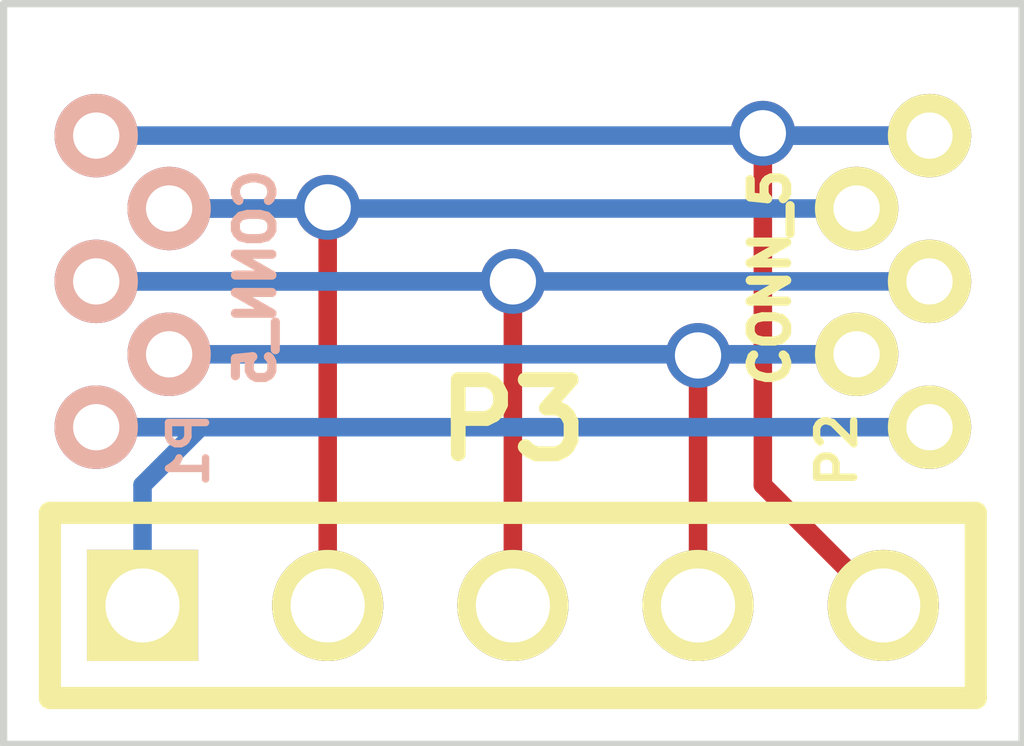
<source format=kicad_pcb>
(kicad_pcb (version 3) (host pcbnew "(2013-may-18)-stable")

  (general
    (links 10)
    (no_connects 0)
    (area 168.7195 147.0345 191.3255 163.4871)
    (thickness 1.6)
    (drawings 5)
    (tracks 24)
    (zones 0)
    (modules 3)
    (nets 6)
  )

  (page A3)
  (layers
    (15 F.Cu signal)
    (0 B.Cu signal)
    (16 B.Adhes user)
    (17 F.Adhes user)
    (18 B.Paste user)
    (19 F.Paste user)
    (20 B.SilkS user)
    (21 F.SilkS user)
    (22 B.Mask user)
    (23 F.Mask user)
    (24 Dwgs.User user)
    (25 Cmts.User user)
    (26 Eco1.User user)
    (27 Eco2.User user)
    (28 Edge.Cuts user)
  )

  (setup
    (last_trace_width 0.254)
    (trace_clearance 0.254)
    (zone_clearance 0.508)
    (zone_45_only no)
    (trace_min 0.254)
    (segment_width 0.2)
    (edge_width 0.1)
    (via_size 0.889)
    (via_drill 0.635)
    (via_min_size 0.889)
    (via_min_drill 0.508)
    (uvia_size 0.508)
    (uvia_drill 0.127)
    (uvias_allowed no)
    (uvia_min_size 0.508)
    (uvia_min_drill 0.127)
    (pcb_text_width 0.3)
    (pcb_text_size 1.5 1.5)
    (mod_edge_width 0.15)
    (mod_text_size 1 1)
    (mod_text_width 0.15)
    (pad_size 1.5 1.5)
    (pad_drill 0.6)
    (pad_to_mask_clearance 0)
    (aux_axis_origin 0 0)
    (visible_elements FFFFFBBF)
    (pcbplotparams
      (layerselection 3178497)
      (usegerberextensions true)
      (excludeedgelayer true)
      (linewidth 0.150000)
      (plotframeref false)
      (viasonmask false)
      (mode 1)
      (useauxorigin false)
      (hpglpennumber 1)
      (hpglpenspeed 20)
      (hpglpendiameter 15)
      (hpglpenoverlay 2)
      (psnegative false)
      (psa4output false)
      (plotreference true)
      (plotvalue true)
      (plotothertext true)
      (plotinvisibletext false)
      (padsonsilk false)
      (subtractmaskfromsilk false)
      (outputformat 1)
      (mirror false)
      (drillshape 1)
      (scaleselection 1)
      (outputdirectory ""))
  )

  (net 0 "")
  (net 1 N-000001)
  (net 2 N-000002)
  (net 3 N-000003)
  (net 4 N-000004)
  (net 5 N-000005)

  (net_class Default "This is the default net class."
    (clearance 0.254)
    (trace_width 0.254)
    (via_dia 0.889)
    (via_drill 0.635)
    (uvia_dia 0.508)
    (uvia_drill 0.127)
    (add_net "")
    (add_net N-000001)
    (add_net N-000002)
    (add_net N-000003)
    (add_net N-000004)
    (add_net N-000005)
  )

  (module PIN_ARRAY_5x1 (layer F.Cu) (tedit 45976D86) (tstamp 538391E9)
    (at 174.625 154.305)
    (descr "Double rangee de contacts 2 x 5 pins")
    (tags CONN)
    (path /53838BEF)
    (fp_text reference P3 (at 0 -2.54) (layer F.SilkS)
      (effects (font (size 1.016 1.016) (thickness 0.2032)))
    )
    (fp_text value CONN_5 (at 0 2.54) (layer F.SilkS) hide
      (effects (font (size 1.016 1.016) (thickness 0.2032)))
    )
    (fp_line (start -6.35 -1.27) (end -6.35 1.27) (layer F.SilkS) (width 0.3048))
    (fp_line (start 6.35 1.27) (end 6.35 -1.27) (layer F.SilkS) (width 0.3048))
    (fp_line (start -6.35 -1.27) (end 6.35 -1.27) (layer F.SilkS) (width 0.3048))
    (fp_line (start 6.35 1.27) (end -6.35 1.27) (layer F.SilkS) (width 0.3048))
    (pad 1 thru_hole rect (at -5.08 0) (size 1.524 1.524) (drill 1.016)
      (layers *.Cu *.Mask F.SilkS)
      (net 4 N-000004)
    )
    (pad 2 thru_hole circle (at -2.54 0) (size 1.524 1.524) (drill 1.016)
      (layers *.Cu *.Mask F.SilkS)
      (net 3 N-000003)
    )
    (pad 3 thru_hole circle (at 0 0) (size 1.524 1.524) (drill 1.016)
      (layers *.Cu *.Mask F.SilkS)
      (net 1 N-000001)
    )
    (pad 4 thru_hole circle (at 2.54 0) (size 1.524 1.524) (drill 1.016)
      (layers *.Cu *.Mask F.SilkS)
      (net 2 N-000002)
    )
    (pad 5 thru_hole circle (at 5.08 0) (size 1.524 1.524) (drill 1.016)
      (layers *.Cu *.Mask F.SilkS)
      (net 5 N-000005)
    )
    (model pin_array/pins_array_5x1.wrl
      (at (xyz 0 0 0))
      (scale (xyz 1 1 1))
      (rotate (xyz 0 0 0))
    )
  )

  (module Thread_5 (layer F.Cu) (tedit 52024A29) (tstamp 53838FCB)
    (at 180.34 149.86 270)
    (path /53838BDC)
    (fp_text reference P2 (at 2.3114 1.27 270) (layer F.SilkS)
      (effects (font (size 0.508 0.508) (thickness 0.1016)))
    )
    (fp_text value CONN_5 (at -0.0508 2.1844 270) (layer F.SilkS)
      (effects (font (size 0.5 0.5) (thickness 0.125)))
    )
    (pad 1 thru_hole circle (at -2 0 270) (size 1.143 1.143) (drill 0.635)
      (layers *.Cu *.Mask F.SilkS)
      (net 5 N-000005)
    )
    (pad 2 thru_hole circle (at -1 1 270) (size 1.143 1.143) (drill 0.635)
      (layers *.Cu *.Mask F.SilkS)
      (net 3 N-000003)
    )
    (pad 3 thru_hole circle (at 0 0 270) (size 1.143 1.143) (drill 0.635)
      (layers *.Cu *.Mask F.SilkS)
      (net 1 N-000001)
    )
    (pad 4 thru_hole circle (at 1 1 270) (size 1.143 1.143) (drill 0.635)
      (layers *.Cu *.Mask F.SilkS)
      (net 2 N-000002)
    )
    (pad 5 thru_hole circle (at 2 0 270) (size 1.143 1.143) (drill 0.635)
      (layers *.Cu *.Mask F.SilkS)
      (net 4 N-000004)
    )
  )

  (module Thread_5 (layer B.Cu) (tedit 52024A29) (tstamp 53838FD4)
    (at 168.91 149.86 270)
    (path /53838BE9)
    (fp_text reference P1 (at 2.3114 -1.27 270) (layer B.SilkS)
      (effects (font (size 0.508 0.508) (thickness 0.1016)) (justify mirror))
    )
    (fp_text value CONN_5 (at -0.0508 -2.1844 270) (layer B.SilkS)
      (effects (font (size 0.5 0.5) (thickness 0.125)) (justify mirror))
    )
    (pad 1 thru_hole circle (at -2 0 270) (size 1.143 1.143) (drill 0.635)
      (layers *.Cu *.Mask B.SilkS)
      (net 5 N-000005)
    )
    (pad 2 thru_hole circle (at -1 -1 270) (size 1.143 1.143) (drill 0.635)
      (layers *.Cu *.Mask B.SilkS)
      (net 3 N-000003)
    )
    (pad 3 thru_hole circle (at 0 0 270) (size 1.143 1.143) (drill 0.635)
      (layers *.Cu *.Mask B.SilkS)
      (net 1 N-000001)
    )
    (pad 4 thru_hole circle (at 1 -1 270) (size 1.143 1.143) (drill 0.635)
      (layers *.Cu *.Mask B.SilkS)
      (net 2 N-000002)
    )
    (pad 5 thru_hole circle (at 2 0 270) (size 1.143 1.143) (drill 0.635)
      (layers *.Cu *.Mask B.SilkS)
      (net 4 N-000004)
    )
  )

  (gr_line (start 167.64 156.21) (end 167.64 146.05) (angle 90) (layer Edge.Cuts) (width 0.1))
  (gr_line (start 181.61 156.21) (end 167.64 156.21) (angle 90) (layer Edge.Cuts) (width 0.1))
  (gr_line (start 181.61 152.4) (end 181.61 156.21) (angle 90) (layer Edge.Cuts) (width 0.1))
  (gr_line (start 181.61 146.05) (end 181.61 152.4) (angle 90) (layer Edge.Cuts) (width 0.1))
  (gr_line (start 167.64 146.05) (end 181.61 146.05) (angle 90) (layer Edge.Cuts) (width 0.1))

  (segment (start 174.625 154.305) (end 174.625 149.86) (width 0.254) (layer F.Cu) (net 1) (status 400000))
  (segment (start 174.625 149.86) (end 168.91 149.86) (width 0.254) (layer B.Cu) (net 1) (tstamp 538393B0) (status 800000))
  (via (at 174.625 149.86) (size 0.889) (layers F.Cu B.Cu) (net 1))
  (segment (start 168.91 149.86) (end 180.34 149.86) (width 0.254) (layer B.Cu) (net 1))
  (segment (start 177.165 154.305) (end 177.165 150.876) (width 0.254) (layer F.Cu) (net 2))
  (segment (start 177.181 150.86) (end 179.34 150.86) (width 0.254) (layer B.Cu) (net 2) (tstamp 53839374))
  (segment (start 177.165 150.876) (end 177.181 150.86) (width 0.254) (layer B.Cu) (net 2) (tstamp 53839373))
  (via (at 177.165 150.876) (size 0.889) (layers F.Cu B.Cu) (net 2))
  (segment (start 169.91 150.86) (end 179.34 150.86) (width 0.254) (layer B.Cu) (net 2))
  (segment (start 172.085 154.305) (end 172.085 148.844) (width 0.254) (layer F.Cu) (net 3) (status 400000))
  (segment (start 172.069 148.86) (end 169.91 148.86) (width 0.254) (layer B.Cu) (net 3) (tstamp 538393BC) (status 800000))
  (segment (start 172.085 148.844) (end 172.069 148.86) (width 0.254) (layer B.Cu) (net 3) (tstamp 538393BB))
  (via (at 172.085 148.844) (size 0.889) (layers F.Cu B.Cu) (net 3))
  (segment (start 179.34 148.86) (end 169.91 148.86) (width 0.254) (layer B.Cu) (net 3))
  (segment (start 169.545 154.305) (end 169.545 152.654) (width 0.254) (layer B.Cu) (net 4))
  (segment (start 170.339 151.86) (end 168.91 151.86) (width 0.254) (layer B.Cu) (net 4) (tstamp 53839331))
  (segment (start 169.545 152.654) (end 170.339 151.86) (width 0.254) (layer B.Cu) (net 4) (tstamp 5383932C))
  (segment (start 168.91 151.86) (end 180.34 151.86) (width 0.254) (layer B.Cu) (net 4))
  (segment (start 179.705 154.305) (end 178.054 152.654) (width 0.254) (layer F.Cu) (net 5))
  (segment (start 178.086 147.86) (end 180.34 147.86) (width 0.254) (layer B.Cu) (net 5) (tstamp 53839365))
  (segment (start 178.054 147.828) (end 178.086 147.86) (width 0.254) (layer B.Cu) (net 5) (tstamp 53839364))
  (via (at 178.054 147.828) (size 0.889) (layers F.Cu B.Cu) (net 5))
  (segment (start 178.054 152.654) (end 178.054 147.828) (width 0.254) (layer F.Cu) (net 5) (tstamp 5383935A))
  (segment (start 180.34 147.86) (end 168.91 147.86) (width 0.254) (layer B.Cu) (net 5))

)

</source>
